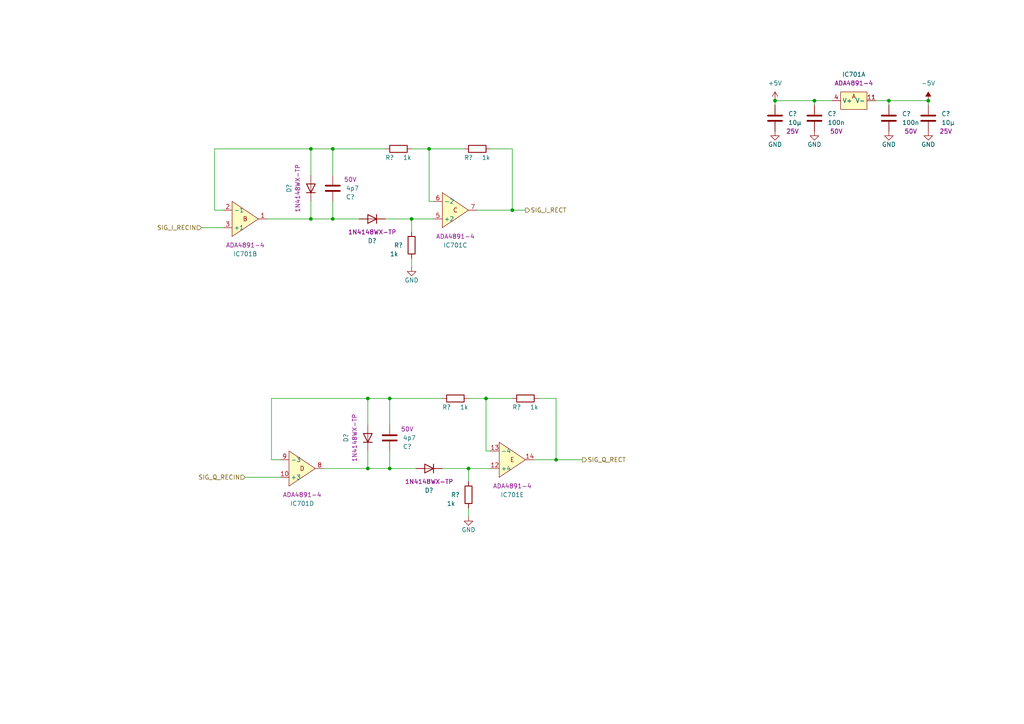
<source format=kicad_sch>
(kicad_sch (version 20230121) (generator eeschema)
  (paper "A4")
  (lib_symbols
    (symbol "ADA4891-4_1"
      (property "Reference" "IC" (at 0 10.16 0))
      (property "Part Number" "ADA4891-4" (at 0 7.62 0))
      (symbol "ADA4891-4_1_1_1"
        (rectangle (start -3.81 2.54) (end 3.81 -2.54) (fill (type background)))
        (text "A" (at 0 1.27 0) (effects (font (size 1.27 1.27))))
        (pin power_in line (at 6.35 0 180) (length 2.54) (name "V-") (number "11"))
        (pin power_in line (at -6.35 0 0) (length 2.54) (name "V+") (number "4"))
      )
      (symbol "ADA4891-4_1_2_1"
        (polyline (pts (xy -3.81 5.08) (xy -3.81 -5.08) (xy 3.81 0) (xy -3.81 5.08)) (fill (type background)))
        (text "B" (at 0 0 0) (effects (font (size 1.27 1.27))))
        (pin passive line (at 6.35 0 180) (length 2.54) (name "") (number "1"))
        (pin passive line (at -6.35 -2.54 0) (length 2.54) (name "-1") (number "2"))
        (pin passive line (at -6.35 2.54 0) (length 2.54) (name "+1") (number "3"))
      )
      (symbol "ADA4891-4_1_3_1"
        (polyline (pts (xy -3.81 5.08) (xy -3.81 -5.08) (xy 3.81 0) (xy -3.81 5.08)) (fill (type background)))
        (text "C" (at 0 0 0) (effects (font (size 1.27 1.27))))
        (pin input line (at -6.35 2.54 0) (length 2.54) (name "+2") (number "5"))
        (pin input line (at -6.35 -2.54 0) (length 2.54) (name "-2") (number "6"))
        (pin output line (at 6.35 0 180) (length 2.54) (name "") (number "7"))
      )
      (symbol "ADA4891-4_1_4_1"
        (polyline (pts (xy -3.81 5.08) (xy -3.81 -5.08) (xy 3.81 0) (xy -3.81 5.08)) (fill (type background)))
        (text "D" (at 0 0 0) (effects (font (size 1.27 1.27))))
        (pin input line (at -6.35 2.54 0) (length 2.54) (name "+3") (number "10"))
        (pin output line (at 6.35 0 180) (length 2.54) (name "") (number "8"))
        (pin input line (at -6.35 -2.54 0) (length 2.54) (name "-3") (number "9"))
      )
      (symbol "ADA4891-4_1_5_1"
        (polyline (pts (xy -3.81 5.08) (xy -3.81 -5.08) (xy 3.81 0) (xy -3.81 5.08)) (fill (type background)))
        (text "E" (at 0 0 0) (effects (font (size 1.27 1.27))))
        (pin input line (at -6.35 2.54 0) (length 2.54) (name "+4") (number "12"))
        (pin input line (at -6.35 -2.54 0) (length 2.54) (name "-4") (number "13"))
        (pin output line (at 6.35 0 180) (length 2.54) (name "") (number "14"))
      )
    )
    (symbol "ADA4891-4_2"
      (property "Reference" "IC" (at 0 10.16 0))
      (property "Part Number" "ADA4891-4" (at 0 7.62 0))
      (symbol "ADA4891-4_2_1_1"
        (rectangle (start -3.81 2.54) (end 3.81 -2.54) (fill (type background)))
        (text "A" (at 0 1.27 0) (effects (font (size 1.27 1.27))))
        (pin power_in line (at 6.35 0 180) (length 2.54) (name "V-") (number "11"))
        (pin power_in line (at -6.35 0 0) (length 2.54) (name "V+") (number "4"))
      )
      (symbol "ADA4891-4_2_2_1"
        (polyline (pts (xy -3.81 5.08) (xy -3.81 -5.08) (xy 3.81 0) (xy -3.81 5.08)) (fill (type background)))
        (text "B" (at 0 0 0) (effects (font (size 1.27 1.27))))
        (pin passive line (at 6.35 0 180) (length 2.54) (name "") (number "1"))
        (pin passive line (at -6.35 -2.54 0) (length 2.54) (name "-1") (number "2"))
        (pin passive line (at -6.35 2.54 0) (length 2.54) (name "+1") (number "3"))
      )
      (symbol "ADA4891-4_2_3_1"
        (polyline (pts (xy -3.81 5.08) (xy -3.81 -5.08) (xy 3.81 0) (xy -3.81 5.08)) (fill (type background)))
        (text "C" (at 0 0 0) (effects (font (size 1.27 1.27))))
        (pin input line (at -6.35 2.54 0) (length 2.54) (name "+2") (number "5"))
        (pin input line (at -6.35 -2.54 0) (length 2.54) (name "-2") (number "6"))
        (pin output line (at 6.35 0 180) (length 2.54) (name "") (number "7"))
      )
      (symbol "ADA4891-4_2_4_1"
        (polyline (pts (xy -3.81 5.08) (xy -3.81 -5.08) (xy 3.81 0) (xy -3.81 5.08)) (fill (type background)))
        (text "D" (at 0 0 0) (effects (font (size 1.27 1.27))))
        (pin input line (at -6.35 2.54 0) (length 2.54) (name "+3") (number "10"))
        (pin output line (at 6.35 0 180) (length 2.54) (name "") (number "8"))
        (pin input line (at -6.35 -2.54 0) (length 2.54) (name "-3") (number "9"))
      )
      (symbol "ADA4891-4_2_5_1"
        (polyline (pts (xy -3.81 5.08) (xy -3.81 -5.08) (xy 3.81 0) (xy -3.81 5.08)) (fill (type background)))
        (text "E" (at 0 0 0) (effects (font (size 1.27 1.27))))
        (pin input line (at -6.35 2.54 0) (length 2.54) (name "+4") (number "12"))
        (pin input line (at -6.35 -2.54 0) (length 2.54) (name "-4") (number "13"))
        (pin output line (at 6.35 0 180) (length 2.54) (name "") (number "14"))
      )
    )
    (symbol "ADA4891-4_3"
      (property "Reference" "IC" (at 0 10.16 0))
      (property "Part Number" "ADA4891-4" (at 0 7.62 0))
      (symbol "ADA4891-4_3_1_1"
        (rectangle (start -3.81 2.54) (end 3.81 -2.54) (fill (type background)))
        (text "A" (at 0 1.27 0) (effects (font (size 1.27 1.27))))
        (pin power_in line (at 6.35 0 180) (length 2.54) (name "V-") (number "11"))
        (pin power_in line (at -6.35 0 0) (length 2.54) (name "V+") (number "4"))
      )
      (symbol "ADA4891-4_3_2_1"
        (polyline (pts (xy -3.81 5.08) (xy -3.81 -5.08) (xy 3.81 0) (xy -3.81 5.08)) (fill (type background)))
        (text "B" (at 0 0 0) (effects (font (size 1.27 1.27))))
        (pin passive line (at 6.35 0 180) (length 2.54) (name "") (number "1"))
        (pin passive line (at -6.35 -2.54 0) (length 2.54) (name "-1") (number "2"))
        (pin passive line (at -6.35 2.54 0) (length 2.54) (name "+1") (number "3"))
      )
      (symbol "ADA4891-4_3_3_1"
        (polyline (pts (xy -3.81 5.08) (xy -3.81 -5.08) (xy 3.81 0) (xy -3.81 5.08)) (fill (type background)))
        (text "C" (at 0 0 0) (effects (font (size 1.27 1.27))))
        (pin input line (at -6.35 2.54 0) (length 2.54) (name "+2") (number "5"))
        (pin input line (at -6.35 -2.54 0) (length 2.54) (name "-2") (number "6"))
        (pin output line (at 6.35 0 180) (length 2.54) (name "") (number "7"))
      )
      (symbol "ADA4891-4_3_4_1"
        (polyline (pts (xy -3.81 5.08) (xy -3.81 -5.08) (xy 3.81 0) (xy -3.81 5.08)) (fill (type background)))
        (text "D" (at 0 0 0) (effects (font (size 1.27 1.27))))
        (pin input line (at -6.35 2.54 0) (length 2.54) (name "+3") (number "10"))
        (pin output line (at 6.35 0 180) (length 2.54) (name "") (number "8"))
        (pin input line (at -6.35 -2.54 0) (length 2.54) (name "-3") (number "9"))
      )
      (symbol "ADA4891-4_3_5_1"
        (polyline (pts (xy -3.81 5.08) (xy -3.81 -5.08) (xy 3.81 0) (xy -3.81 5.08)) (fill (type background)))
        (text "E" (at 0 0 0) (effects (font (size 1.27 1.27))))
        (pin input line (at -6.35 2.54 0) (length 2.54) (name "+4") (number "12"))
        (pin input line (at -6.35 -2.54 0) (length 2.54) (name "-4") (number "13"))
        (pin output line (at 6.35 0 180) (length 2.54) (name "") (number "14"))
      )
    )
    (symbol "ADA4891-4_4"
      (property "Reference" "IC" (at 0 10.16 0))
      (property "Part Number" "ADA4891-4" (at 0 7.62 0))
      (symbol "ADA4891-4_4_1_1"
        (rectangle (start -3.81 2.54) (end 3.81 -2.54) (fill (type background)))
        (text "A" (at 0 1.27 0) (effects (font (size 1.27 1.27))))
        (pin power_in line (at 6.35 0 180) (length 2.54) (name "V-") (number "11"))
        (pin power_in line (at -6.35 0 0) (length 2.54) (name "V+") (number "4"))
      )
      (symbol "ADA4891-4_4_2_1"
        (polyline (pts (xy -3.81 5.08) (xy -3.81 -5.08) (xy 3.81 0) (xy -3.81 5.08)) (fill (type background)))
        (text "B" (at 0 0 0) (effects (font (size 1.27 1.27))))
        (pin passive line (at 6.35 0 180) (length 2.54) (name "") (number "1"))
        (pin passive line (at -6.35 -2.54 0) (length 2.54) (name "-1") (number "2"))
        (pin passive line (at -6.35 2.54 0) (length 2.54) (name "+1") (number "3"))
      )
      (symbol "ADA4891-4_4_3_1"
        (polyline (pts (xy -3.81 5.08) (xy -3.81 -5.08) (xy 3.81 0) (xy -3.81 5.08)) (fill (type background)))
        (text "C" (at 0 0 0) (effects (font (size 1.27 1.27))))
        (pin input line (at -6.35 2.54 0) (length 2.54) (name "+2") (number "5"))
        (pin input line (at -6.35 -2.54 0) (length 2.54) (name "-2") (number "6"))
        (pin output line (at 6.35 0 180) (length 2.54) (name "") (number "7"))
      )
      (symbol "ADA4891-4_4_4_1"
        (polyline (pts (xy -3.81 5.08) (xy -3.81 -5.08) (xy 3.81 0) (xy -3.81 5.08)) (fill (type background)))
        (text "D" (at 0 0 0) (effects (font (size 1.27 1.27))))
        (pin input line (at -6.35 2.54 0) (length 2.54) (name "+3") (number "10"))
        (pin output line (at 6.35 0 180) (length 2.54) (name "") (number "8"))
        (pin input line (at -6.35 -2.54 0) (length 2.54) (name "-3") (number "9"))
      )
      (symbol "ADA4891-4_4_5_1"
        (polyline (pts (xy -3.81 5.08) (xy -3.81 -5.08) (xy 3.81 0) (xy -3.81 5.08)) (fill (type background)))
        (text "E" (at 0 0 0) (effects (font (size 1.27 1.27))))
        (pin input line (at -6.35 2.54 0) (length 2.54) (name "+4") (number "12"))
        (pin input line (at -6.35 -2.54 0) (length 2.54) (name "-4") (number "13"))
        (pin output line (at 6.35 0 180) (length 2.54) (name "") (number "14"))
      )
    )
    (symbol "BestParts_ICs:ADA4891-4"
      (property "Reference" "IC" (at 0 10.16 0))
      (property "Part Number" "ADA4891-4" (at 0 7.62 0))
      (symbol "ADA4891-4_1_1"
        (rectangle (start -3.81 2.54) (end 3.81 -2.54) (fill (type background)))
        (text "A" (at 0 1.27 0) (effects (font (size 1.27 1.27))))
        (pin power_in line (at 6.35 0 180) (length 2.54) (name "V-") (number "11"))
        (pin power_in line (at -6.35 0 0) (length 2.54) (name "V+") (number "4"))
      )
      (symbol "ADA4891-4_2_1"
        (polyline (pts (xy -3.81 5.08) (xy -3.81 -5.08) (xy 3.81 0) (xy -3.81 5.08)) (fill (type background)))
        (text "B" (at 0 0 0) (effects (font (size 1.27 1.27))))
        (pin passive line (at 6.35 0 180) (length 2.54) (name "") (number "1"))
        (pin passive line (at -6.35 -2.54 0) (length 2.54) (name "-1") (number "2"))
        (pin passive line (at -6.35 2.54 0) (length 2.54) (name "+1") (number "3"))
      )
      (symbol "ADA4891-4_3_1"
        (polyline (pts (xy -3.81 5.08) (xy -3.81 -5.08) (xy 3.81 0) (xy -3.81 5.08)) (fill (type background)))
        (text "C" (at 0 0 0) (effects (font (size 1.27 1.27))))
        (pin input line (at -6.35 2.54 0) (length 2.54) (name "+2") (number "5"))
        (pin input line (at -6.35 -2.54 0) (length 2.54) (name "-2") (number "6"))
        (pin output line (at 6.35 0 180) (length 2.54) (name "") (number "7"))
      )
      (symbol "ADA4891-4_4_1"
        (polyline (pts (xy -3.81 5.08) (xy -3.81 -5.08) (xy 3.81 0) (xy -3.81 5.08)) (fill (type background)))
        (text "D" (at 0 0 0) (effects (font (size 1.27 1.27))))
        (pin input line (at -6.35 2.54 0) (length 2.54) (name "+3") (number "10"))
        (pin output line (at 6.35 0 180) (length 2.54) (name "") (number "8"))
        (pin input line (at -6.35 -2.54 0) (length 2.54) (name "-3") (number "9"))
      )
      (symbol "ADA4891-4_5_1"
        (polyline (pts (xy -3.81 5.08) (xy -3.81 -5.08) (xy 3.81 0) (xy -3.81 5.08)) (fill (type background)))
        (text "E" (at 0 0 0) (effects (font (size 1.27 1.27))))
        (pin input line (at -6.35 2.54 0) (length 2.54) (name "+4") (number "12"))
        (pin input line (at -6.35 -2.54 0) (length 2.54) (name "-4") (number "13"))
        (pin output line (at 6.35 0 180) (length 2.54) (name "") (number "14"))
      )
    )
    (symbol "Device:C" (pin_numbers hide) (pin_names (offset 0.254))
      (property "Reference" "C" (at 0.635 2.54 0))
      (property "Value" "C" (at 0.635 -2.54 0))
      (symbol "C_0_1"
        (polyline (pts (xy -2.032 -0.762) (xy 2.032 -0.762)) (stroke (width 0.508)))
        (polyline (pts (xy -2.032 0.762) (xy 2.032 0.762)) (stroke (width 0.508)))
      )
      (symbol "C_1_1"
        (pin passive line (at 0 3.81 270) (length 2.794) (name "~") (number "1"))
        (pin passive line (at 0 -3.81 90) (length 2.794) (name "~") (number "2"))
      )
    )
    (symbol "Device:D" (pin_numbers hide) (pin_names (offset 1.016) hide)
      (property "Reference" "D" (at 0 2.54 0))
      (property "Value" "D" (at 0 -2.54 0))
      (symbol "D_0_1"
        (polyline (pts (xy -1.27 1.27) (xy -1.27 -1.27)) (stroke (width 0.254)))
        (polyline (pts (xy 1.27 0) (xy -1.27 0)))
        (polyline (pts (xy 1.27 1.27) (xy 1.27 -1.27) (xy -1.27 0) (xy 1.27 1.27)) (stroke (width 0.254)))
      )
      (symbol "D_1_1"
        (pin passive line (at -3.81 0 0) (length 2.54) (name "K") (number "1"))
        (pin passive line (at 3.81 0 180) (length 2.54) (name "A") (number "2"))
      )
    )
    (symbol "Device:R" (pin_numbers hide) (pin_names (offset 0))
      (property "Reference" "R" (at 2.032 0 90))
      (property "Value" "R" (at 0 0 90))
      (symbol "R_0_1"
        (rectangle (start -1.016 -2.54) (end 1.016 2.54) (stroke (width 0.254)))
      )
      (symbol "R_1_1"
        (pin passive line (at 0 3.81 270) (length 1.27) (name "~") (number "1"))
        (pin passive line (at 0 -3.81 90) (length 1.27) (name "~") (number "2"))
      )
    )
    (symbol "power:+5V" (power) (pin_names (offset 0))
      (property "Value" "+5V" (at 0 3.556 0))
      (symbol "+5V_0_1"
        (polyline (pts (xy -0.762 1.27) (xy 0 2.54)))
        (polyline (pts (xy 0 0) (xy 0 2.54)))
        (polyline (pts (xy 0 2.54) (xy 0.762 1.27)))
      )
      (symbol "+5V_1_1"
        (pin power_in line (at 0 0 90) (length 0) hide (name "+5V") (number "1"))
      )
    )
    (symbol "power:-5V" (power) (pin_names (offset 0))
      (property "Value" "-5V" (at 0 3.81 0))
      (symbol "-5V_0_0"
        (pin power_in line (at 0 0 90) (length 0) hide (name "-5V") (number "1"))
      )
      (symbol "-5V_0_1"
        (polyline (pts (xy 0 0) (xy 0 1.27) (xy 0.762 1.27) (xy 0 2.54) (xy -0.762 1.27) (xy 0 1.27)) (fill (type outline)))
      )
    )
    (symbol "power:GND" (power) (pin_names (offset 0))
      (property "Value" "GND" (at 0 -3.81 0))
      (symbol "GND_0_1"
        (polyline (pts (xy 0 0) (xy 0 -1.27) (xy 1.27 -1.27) (xy 0 -2.54) (xy -1.27 -1.27) (xy 0 -1.27)))
      )
      (symbol "GND_1_1"
        (pin power_in line (at 0 0 270) (length 0) hide (name "GND") (number "1"))
      )
    )
  )
  (junction (at 135.89 135.89))
  (junction (at 106.68 135.89))
  (junction (at 113.03 135.89))
  (junction (at 236.22 29.21))
  (junction (at 119.38 63.5))
  (junction (at 224.79 29.21))
  (junction (at 90.17 43.18))
  (junction (at 106.68 115.57))
  (junction (at 269.24 29.21))
  (junction (at 148.59 60.96))
  (junction (at 140.97 115.57))
  (junction (at 124.46 43.18))
  (junction (at 90.17 63.5))
  (junction (at 257.81 29.21))
  (junction (at 96.52 63.5))
  (junction (at 113.03 115.57))
  (junction (at 96.52 43.18))
  (junction (at 161.29 133.35))
  (wire (pts (xy 148.59 60.96) (xy 152.4 60.96)))
  (wire (pts (xy 90.17 58.42) (xy 90.17 63.5)))
  (wire (pts (xy 135.89 115.57) (xy 140.97 115.57)))
  (wire (pts (xy 71.12 138.43) (xy 81.28 138.43)))
  (wire (pts (xy 96.52 63.5) (xy 104.14 63.5)))
  (wire (pts (xy 142.24 43.18) (xy 148.59 43.18)))
  (wire (pts (xy 254 29.21) (xy 257.81 29.21)))
  (wire (pts (xy 119.38 43.18) (xy 124.46 43.18)))
  (wire (pts (xy 124.46 58.42) (xy 125.73 58.42)))
  (wire (pts (xy 113.03 115.57) (xy 113.03 123.19)))
  (wire (pts (xy 90.17 43.18) (xy 96.52 43.18)))
  (wire (pts (xy 124.46 43.18) (xy 134.62 43.18)))
  (wire (pts (xy 90.17 43.18) (xy 90.17 50.8)))
  (wire (pts (xy 78.74 133.35) (xy 81.28 133.35)))
  (wire (pts (xy 96.52 43.18) (xy 96.52 50.8)))
  (wire (pts (xy 119.38 74.93) (xy 119.38 77.47)))
  (wire (pts (xy 156.21 115.57) (xy 161.29 115.57)))
  (wire (pts (xy 135.89 135.89) (xy 142.24 135.89)))
  (wire (pts (xy 135.89 135.89) (xy 135.89 139.7)))
  (wire (pts (xy 257.81 29.21) (xy 269.24 29.21)))
  (wire (pts (xy 124.46 43.18) (xy 124.46 58.42)))
  (wire (pts (xy 111.76 63.5) (xy 119.38 63.5)))
  (wire (pts (xy 96.52 43.18) (xy 111.76 43.18)))
  (wire (pts (xy 62.23 43.18) (xy 62.23 60.96)))
  (wire (pts (xy 236.22 29.21) (xy 236.22 30.48)))
  (wire (pts (xy 113.03 130.81) (xy 113.03 135.89)))
  (wire (pts (xy 119.38 63.5) (xy 119.38 67.31)))
  (wire (pts (xy 62.23 60.96) (xy 64.77 60.96)))
  (wire (pts (xy 269.24 29.21) (xy 269.24 30.48)))
  (wire (pts (xy 58.42 66.04) (xy 64.77 66.04)))
  (wire (pts (xy 93.98 135.89) (xy 106.68 135.89)))
  (wire (pts (xy 128.27 135.89) (xy 135.89 135.89)))
  (wire (pts (xy 106.68 130.81) (xy 106.68 135.89)))
  (wire (pts (xy 106.68 115.57) (xy 113.03 115.57)))
  (wire (pts (xy 161.29 115.57) (xy 161.29 133.35)))
  (wire (pts (xy 119.38 63.5) (xy 125.73 63.5)))
  (wire (pts (xy 224.79 29.21) (xy 224.79 30.48)))
  (wire (pts (xy 135.89 147.32) (xy 135.89 149.86)))
  (wire (pts (xy 224.79 29.21) (xy 236.22 29.21)))
  (wire (pts (xy 62.23 43.18) (xy 90.17 43.18)))
  (wire (pts (xy 161.29 133.35) (xy 168.91 133.35)))
  (wire (pts (xy 113.03 115.57) (xy 128.27 115.57)))
  (wire (pts (xy 140.97 115.57) (xy 140.97 130.81)))
  (wire (pts (xy 96.52 58.42) (xy 96.52 63.5)))
  (wire (pts (xy 78.74 115.57) (xy 106.68 115.57)))
  (wire (pts (xy 148.59 43.18) (xy 148.59 60.96)))
  (wire (pts (xy 257.81 29.21) (xy 257.81 30.48)))
  (wire (pts (xy 154.94 133.35) (xy 161.29 133.35)))
  (wire (pts (xy 236.22 29.21) (xy 241.3 29.21)))
  (wire (pts (xy 140.97 130.81) (xy 142.24 130.81)))
  (wire (pts (xy 78.74 115.57) (xy 78.74 133.35)))
  (wire (pts (xy 77.47 63.5) (xy 90.17 63.5)))
  (wire (pts (xy 140.97 115.57) (xy 148.59 115.57)))
  (wire (pts (xy 138.43 60.96) (xy 148.59 60.96)))
  (wire (pts (xy 106.68 115.57) (xy 106.68 123.19)))
  (wire (pts (xy 113.03 135.89) (xy 120.65 135.89)))
  (wire (pts (xy 106.68 135.89) (xy 113.03 135.89)))
  (wire (pts (xy 90.17 63.5) (xy 96.52 63.5)))
  (hierarchical_label "SIG_Q_RECT" (shape output) (at 168.91 133.35 0))
  (hierarchical_label "SIG_Q_RECIN" (shape input) (at 71.12 138.43 180))
  (hierarchical_label "SIG_I_RECT" (shape output) (at 152.4 60.96 0))
  (hierarchical_label "SIG_I_RECIN" (shape input) (at 58.42 66.04 180))
  (symbol (lib_id "Device:R") (at 115.57 43.18 270) (unit 1)
    (property "Reference" "R?" (at 113.03 45.72 90))
    (property "Value" "1k" (at 118.11 45.72 90))
    (property "Footprint" "BestParts_Resistors:R_0603" (effects hide))
    (property "Part Number" "Generic" (effects hide))
    (instances (project "Analog_Calc_V2" (path "" (reference "R?") (unit 1)) (path "" (reference "R?") (unit 1)) (path "" (reference "R?") (unit 1)) (path "" (reference "R?") (unit 1)) (path "" (reference "R?") (unit 1)) (path "" (reference "R701") (unit 1))))
  )
  (symbol (lib_id "Device:C") (at 269.24 34.29 0) (unit 1)
    (property "Reference" "C?" (at 273.05 33.02 0) (effects (justify left)))
    (property "Value" "10µ" (at 273.05 35.56 0) (effects (justify left)))
    (property "Footprint" "BestParts_Caps:C_0603" (effects hide))
    (property "Voltage" "25V" (at 274.32 38.1 0))
    (instances (project "Analog_Calc_V2" (path "" (reference "C?") (unit 1)) (path "" (reference "C?") (unit 1)) (path "" (reference "C?") (unit 1)) (path "" (reference "C?") (unit 1)) (path "" (reference "C704") (unit 1))))
  )
  (symbol (lib_id "power:GND") (at 135.89 149.86 0) (unit 1)
    (property "Reference" "#PWR?" (effects hide))
    (property "Value" "GND" (at 135.89 153.67 0))
    (instances (project "Analog_Calc_V2" (path "" (reference "#PWR?") (unit 1)) (path "" (reference "#PWR?") (unit 1)) (path "" (reference "#PWR?") (unit 1)) (path "" (reference "#PWR0708") (unit 1))))
  )
  (symbol (lib_id "Device:C") (at 236.22 34.29 0) (unit 1)
    (property "Reference" "C?" (at 240.03 33.02 0) (effects (justify left)))
    (property "Value" "100n" (at 240.03 35.56 0) (effects (justify left)))
    (property "Footprint" "BestParts_Caps:C_0603" (effects hide))
    (property "Voltage" "50V" (at 242.57 38.1 0))
    (instances (project "Analog_Calc_V2" (path "" (reference "C?") (unit 1)) (path "" (reference "C?") (unit 1)) (path "" (reference "C?") (unit 1)) (path "" (reference "C?") (unit 1)) (path "" (reference "C702") (unit 1))))
  )
  (symbol (lib_id "Device:R") (at 132.08 115.57 270) (unit 1)
    (property "Reference" "R?" (at 129.54 118.11 90))
    (property "Value" "1k" (at 134.62 118.11 90))
    (property "Footprint" "BestParts_Resistors:R_0603" (effects hide))
    (property "Part Number" "Generic" (effects hide))
    (instances (project "Analog_Calc_V2" (path "" (reference "R?") (unit 1)) (path "" (reference "R?") (unit 1)) (path "" (reference "R?") (unit 1)) (path "" (reference "R?") (unit 1)) (path "" (reference "R?") (unit 1)) (path "" (reference "R704") (unit 1))))
  )
  (symbol (lib_id "power:GND") (at 224.79 38.1 0) (unit 1)
    (property "Reference" "#PWR?" (effects hide))
    (property "Value" "GND" (at 224.79 41.91 0))
    (instances (project "Analog_Calc_V2" (path "" (reference "#PWR?") (unit 1)) (path "" (reference "#PWR?") (unit 1)) (path "" (reference "#PWR?") (unit 1)) (path "" (reference "#PWR0703") (unit 1))))
  )
  (symbol (lib_id "power:GND") (at 236.22 38.1 0) (unit 1)
    (property "Reference" "#PWR?" (effects hide))
    (property "Value" "GND" (at 236.22 41.91 0))
    (instances (project "Analog_Calc_V2" (path "" (reference "#PWR?") (unit 1)) (path "" (reference "#PWR?") (unit 1)) (path "" (reference "#PWR?") (unit 1)) (path "" (reference "#PWR0704") (unit 1))))
  )
  (symbol (lib_name "ADA4891-4_1") (lib_id "BestParts_ICs:ADA4891-4") (at 71.12 63.5 0) (mirror x) (unit 2)
    (property "Reference" "IC701" (at 71.12 73.66 0))
    (property "Value" "*" (effects hide))
    (property "Footprint" "BestParts_ICs:ADA4891-4 - SOIC-14" (effects hide))
    (property "Part Number" "ADA4891-4" (at 71.12 71.12 0))
    (property "Manufacturer" "Analog Devices" (effects hide))
  )
  (symbol (lib_id "Device:R") (at 135.89 143.51 180) (unit 1)
    (property "Reference" "R?" (at 132.08 143.51 0))
    (property "Value" "1k" (at 130.81 146.05 0))
    (property "Footprint" "BestParts_Resistors:R_0603" (effects hide))
    (property "Part Number" "Generic" (effects hide))
    (instances (project "Analog_Calc_V2" (path "" (reference "R?") (unit 1)) (path "" (reference "R?") (unit 1)) (path "" (reference "R?") (unit 1)) (path "" (reference "R?") (unit 1)) (path "" (reference "R?") (unit 1)) (path "" (reference "R706") (unit 1))))
  )
  (symbol (lib_id "power:GND") (at 257.81 38.1 0) (unit 1)
    (property "Reference" "#PWR?" (effects hide))
    (property "Value" "GND" (at 257.81 41.91 0))
    (instances (project "Analog_Calc_V2" (path "" (reference "#PWR?") (unit 1)) (path "" (reference "#PWR?") (unit 1)) (path "" (reference "#PWR?") (unit 1)) (path "" (reference "#PWR0705") (unit 1))))
  )
  (symbol (lib_id "Device:D") (at 107.95 63.5 180) (unit 1)
    (property "Reference" "D?" (at 107.95 69.85 0))
    (property "Footprint" "BestParts_Diodes:D_SOD-323" (effects hide))
    (property "Part Number" "1N4148WX-TP" (at 107.95 67.31 0))
    (instances (project "Analog_Calc_V2" (path "" (reference "D?") (unit 1)) (path "" (reference "D702") (unit 1))))
  )
  (symbol (lib_id "power:GND") (at 269.24 38.1 0) (unit 1)
    (property "Reference" "#PWR?" (effects hide))
    (property "Value" "GND" (at 269.24 41.91 0))
    (instances (project "Analog_Calc_V2" (path "" (reference "#PWR?") (unit 1)) (path "" (reference "#PWR?") (unit 1)) (path "" (reference "#PWR?") (unit 1)) (path "" (reference "#PWR0706") (unit 1))))
  )
  (symbol (lib_name "ADA4891-4_4") (lib_id "BestParts_ICs:ADA4891-4") (at 148.59 133.35 0) (mirror x) (unit 5)
    (property "Reference" "IC701" (at 148.59 143.51 0))
    (property "Value" "*" (effects hide))
    (property "Footprint" "BestParts_ICs:ADA4891-4 - SOIC-14" (effects hide))
    (property "Part Number" "ADA4891-4" (at 148.59 140.97 0))
    (property "Manufacturer" "Analog Devices" (effects hide))
  )
  (symbol (lib_id "Device:D") (at 124.46 135.89 180) (unit 1)
    (property "Reference" "D?" (at 124.46 142.24 0))
    (property "Footprint" "BestParts_Diodes:D_SOD-323" (effects hide))
    (property "Part Number" "1N4148WX-TP" (at 124.46 139.7 0))
    (instances (project "Analog_Calc_V2" (path "" (reference "D?") (unit 1)) (path "" (reference "D704") (unit 1))))
  )
  (symbol (lib_id "Device:D") (at 90.17 54.61 90) (unit 1)
    (property "Reference" "D?" (at 83.82 54.61 0))
    (property "Footprint" "BestParts_Diodes:D_SOD-323" (effects hide))
    (property "Part Number" "1N4148WX-TP" (at 86.36 54.61 0))
    (instances (project "Analog_Calc_V2" (path "" (reference "D?") (unit 1)) (path "" (reference "D701") (unit 1))))
  )
  (symbol (lib_id "Device:C") (at 257.81 34.29 0) (unit 1)
    (property "Reference" "C?" (at 261.62 33.02 0) (effects (justify left)))
    (property "Value" "100n" (at 261.62 35.56 0) (effects (justify left)))
    (property "Footprint" "BestParts_Caps:C_0603" (effects hide))
    (property "Voltage" "50V" (at 264.16 38.1 0))
    (instances (project "Analog_Calc_V2" (path "" (reference "C?") (unit 1)) (path "" (reference "C?") (unit 1)) (path "" (reference "C?") (unit 1)) (path "" (reference "C?") (unit 1)) (path "" (reference "C703") (unit 1))))
  )
  (symbol (lib_id "Device:C") (at 113.03 127 0) (mirror x) (unit 1)
    (property "Reference" "C?" (at 116.84 129.54 0) (effects (justify left)))
    (property "Value" "4p7" (at 116.84 127 0) (effects (justify left)))
    (property "Footprint" "BestParts_Caps:C_0603" (effects hide))
    (property "Voltage" "50V" (at 118.11 124.46 0))
    (instances (project "Analog_Calc_V2" (path "" (reference "C?") (unit 1)) (path "" (reference "C?") (unit 1)) (path "" (reference "C?") (unit 1)) (path "" (reference "C?") (unit 1)) (path "" (reference "C706") (unit 1))))
  )
  (symbol (lib_id "power:-5V") (at 269.24 29.21 0) (unit 1)
    (property "Reference" "#PWR?" (effects hide))
    (property "Value" "-5V" (at 269.24 24.13 0))
    (instances (project "Analog_Calc_V2" (path "" (reference "#PWR?") (unit 1)) (path "" (reference "#PWR?") (unit 1)) (path "" (reference "#PWR?") (unit 1)) (path "" (reference "#PWR0702") (unit 1))))
  )
  (symbol (lib_id "Device:R") (at 152.4 115.57 270) (unit 1)
    (property "Reference" "R?" (at 149.86 118.11 90))
    (property "Value" "1k" (at 154.94 118.11 90))
    (property "Footprint" "BestParts_Resistors:R_0603" (effects hide))
    (property "Part Number" "Generic" (effects hide))
    (instances (project "Analog_Calc_V2" (path "" (reference "R?") (unit 1)) (path "" (reference "R?") (unit 1)) (path "" (reference "R?") (unit 1)) (path "" (reference "R?") (unit 1)) (path "" (reference "R?") (unit 1)) (path "" (reference "R705") (unit 1))))
  )
  (symbol (lib_id "Device:R") (at 138.43 43.18 270) (unit 1)
    (property "Reference" "R?" (at 135.89 45.72 90))
    (property "Value" "1k" (at 140.97 45.72 90))
    (property "Footprint" "BestParts_Resistors:R_0603" (effects hide))
    (property "Part Number" "Generic" (effects hide))
    (instances (project "Analog_Calc_V2" (path "" (reference "R?") (unit 1)) (path "" (reference "R?") (unit 1)) (path "" (reference "R?") (unit 1)) (path "" (reference "R?") (unit 1)) (path "" (reference "R?") (unit 1)) (path "" (reference "R702") (unit 1))))
  )
  (symbol (lib_name "ADA4891-4_2") (lib_id "BestParts_ICs:ADA4891-4") (at 132.08 60.96 0) (mirror x) (unit 3)
    (property "Reference" "IC701" (at 132.08 71.12 0))
    (property "Value" "*" (effects hide))
    (property "Footprint" "BestParts_ICs:ADA4891-4 - SOIC-14" (effects hide))
    (property "Part Number" "ADA4891-4" (at 132.08 68.58 0))
    (property "Manufacturer" "Analog Devices" (effects hide))
  )
  (symbol (lib_id "BestParts_ICs:ADA4891-4") (at 87.63 135.89 0) (mirror x) (unit 4)
    (property "Reference" "IC701" (at 87.63 146.05 0))
    (property "Value" "*" (effects hide))
    (property "Footprint" "BestParts_ICs:ADA4891-4 - SOIC-14" (effects hide))
    (property "Part Number" "ADA4891-4" (at 87.63 143.51 0))
    (property "Manufacturer" "Analog Devices" (effects hide))
  )
  (symbol (lib_id "power:+5V") (at 224.79 29.21 0) (unit 1)
    (property "Reference" "#PWR?" (effects hide))
    (property "Value" "+5V" (at 224.79 24.13 0))
    (instances (project "Analog_Calc_V2" (path "" (reference "#PWR?") (unit 1)) (path "" (reference "#PWR?") (unit 1)) (path "" (reference "#PWR?") (unit 1)) (path "" (reference "#PWR0701") (unit 1))))
  )
  (symbol (lib_id "power:GND") (at 119.38 77.47 0) (unit 1)
    (property "Reference" "#PWR?" (effects hide))
    (property "Value" "GND" (at 119.38 81.28 0))
    (instances (project "Analog_Calc_V2" (path "" (reference "#PWR?") (unit 1)) (path "" (reference "#PWR?") (unit 1)) (path "" (reference "#PWR?") (unit 1)) (path "" (reference "#PWR0707") (unit 1))))
  )
  (symbol (lib_id "Device:C") (at 96.52 54.61 0) (mirror x) (unit 1)
    (property "Reference" "C?" (at 100.33 57.15 0) (effects (justify left)))
    (property "Value" "4p7" (at 100.33 54.61 0) (effects (justify left)))
    (property "Footprint" "BestParts_Caps:C_0603" (effects hide))
    (property "Voltage" "50V" (at 101.6 52.07 0))
    (instances (project "Analog_Calc_V2" (path "" (reference "C?") (unit 1)) (path "" (reference "C?") (unit 1)) (path "" (reference "C?") (unit 1)) (path "" (reference "C?") (unit 1)) (path "" (reference "C705") (unit 1))))
  )
  (symbol (lib_id "Device:R") (at 119.38 71.12 180) (unit 1)
    (property "Reference" "R?" (at 115.57 71.12 0))
    (property "Value" "1k" (at 114.3 73.66 0))
    (property "Footprint" "BestParts_Resistors:R_0603" (effects hide))
    (property "Part Number" "Generic" (effects hide))
    (instances (project "Analog_Calc_V2" (path "" (reference "R?") (unit 1)) (path "" (reference "R?") (unit 1)) (path "" (reference "R?") (unit 1)) (path "" (reference "R?") (unit 1)) (path "" (reference "R?") (unit 1)) (path "" (reference "R703") (unit 1))))
  )
  (symbol (lib_id "Device:D") (at 106.68 127 90) (unit 1)
    (property "Reference" "D?" (at 100.33 127 0))
    (property "Footprint" "BestParts_Diodes:D_SOD-323" (effects hide))
    (property "Part Number" "1N4148WX-TP" (at 102.87 127 0))
    (instances (project "Analog_Calc_V2" (path "" (reference "D?") (unit 1)) (path "" (reference "D703") (unit 1))))
  )
  (symbol (lib_name "ADA4891-4_3") (lib_id "BestParts_ICs:ADA4891-4") (at 247.65 29.21 0) (unit 1)
    (property "Reference" "IC701" (at 247.65 21.59 0))
    (property "Value" "*" (effects hide))
    (property "Footprint" "BestParts_ICs:ADA4891-4 - SOIC-14" (effects hide))
    (property "Part Number" "ADA4891-4" (at 247.65 24.13 0))
    (property "Manufacturer" "Analog Devices" (effects hide))
  )
  (symbol (lib_id "Device:C") (at 224.79 34.29 0) (unit 1)
    (property "Reference" "C?" (at 228.6 33.02 0) (effects (justify left)))
    (property "Value" "10µ" (at 228.6 35.56 0) (effects (justify left)))
    (property "Footprint" "BestParts_Caps:C_0603" (effects hide))
    (property "Voltage" "25V" (at 229.87 38.1 0))
    (instances (project "Analog_Calc_V2" (path "" (reference "C?") (unit 1)) (path "" (reference "C?") (unit 1)) (path "" (reference "C?") (unit 1)) (path "" (reference "C?") (unit 1)) (path "" (reference "C701") (unit 1))))
  )
)
</source>
